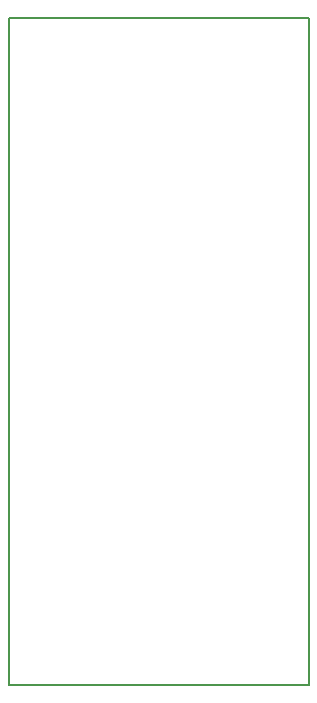
<source format=gbr>
G04 #@! TF.GenerationSoftware,KiCad,Pcbnew,(5.0.1)-rc2*
G04 #@! TF.CreationDate,2019-05-10T17:03:12-07:00*
G04 #@! TF.ProjectId,weatherStation,7765617468657253746174696F6E2E6B,rev?*
G04 #@! TF.SameCoordinates,Original*
G04 #@! TF.FileFunction,Profile,NP*
%FSLAX46Y46*%
G04 Gerber Fmt 4.6, Leading zero omitted, Abs format (unit mm)*
G04 Created by KiCad (PCBNEW (5.0.1)-rc2) date 5/10/2019 5:03:12 PM*
%MOMM*%
%LPD*%
G01*
G04 APERTURE LIST*
%ADD10C,0.200000*%
G04 APERTURE END LIST*
D10*
X118110000Y-108585000D02*
X92710000Y-108585000D01*
X118110000Y-52070000D02*
X118110000Y-108585000D01*
X92710000Y-52070000D02*
X118110000Y-52070000D01*
X92710000Y-108585000D02*
X92710000Y-52070000D01*
M02*

</source>
